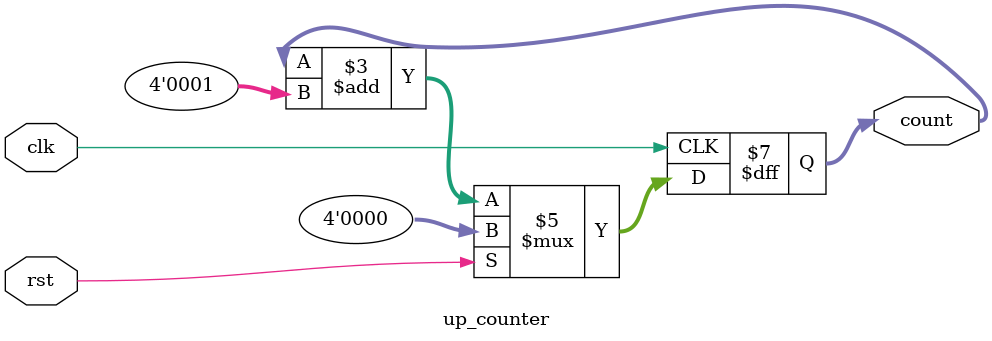
<source format=v>
`timescale 1ns / 1ps

module up_counter(
	input clk,
	input rst,
	output reg [3:0]count
);

// up counter
 always @(posedge clk)
	   begin
	  	if(!rst)
			count <= count + 4'h1;
		else
			count <= 4'h0;
	  end

endmodule

</source>
